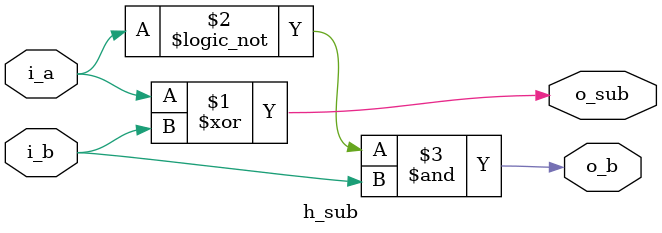
<source format=v>
`timescale 1ns / 1ps
module h_sub(
i_a,
i_b,
o_sub,
o_b
);


input i_a, i_b;

output o_sub, o_b;


assign o_sub = i_a ^ i_b;

assign o_b = !i_a & i_b;

endmodule

</source>
